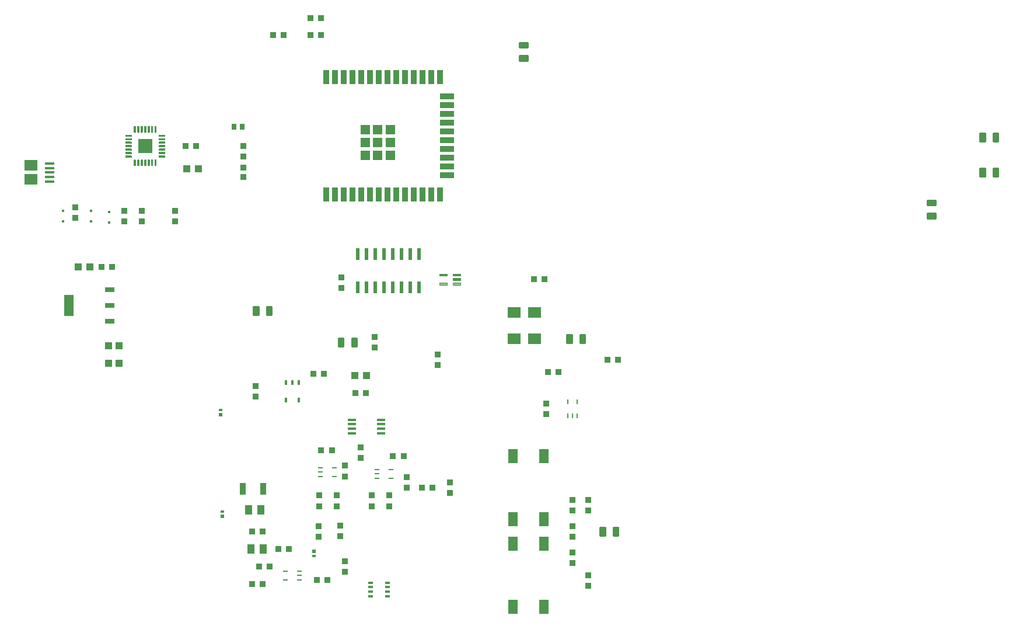
<source format=gbr>
G04 EAGLE Gerber RS-274X export*
G75*
%MOMM*%
%FSLAX34Y34*%
%LPD*%
%INSolderpaste Top*%
%IPPOS*%
%AMOC8*
5,1,8,0,0,1.08239X$1,22.5*%
G01*
G04 Define Apertures*
%ADD10R,1.050000X1.380000*%
%ADD11R,0.970000X0.960000*%
%ADD12R,1.100000X1.000000*%
%ADD13R,0.930000X0.890000*%
%ADD14R,0.960000X0.970000*%
%ADD15R,0.890000X0.930000*%
%ADD16R,1.000000X1.020000*%
%ADD17R,0.508000X0.406400*%
%ADD18R,0.508000X0.558800*%
%ADD19R,0.299200X0.401600*%
%ADD20R,0.970000X1.730000*%
%ADD21R,0.930000X0.870000*%
%ADD22R,0.870000X0.930000*%
%ADD23R,0.930000X0.970000*%
%ADD24R,0.711200X0.838200*%
%ADD25R,0.900000X0.970000*%
%ADD26R,1.400000X2.100000*%
%ADD27R,0.673100X0.254000*%
%ADD28C,0.100000*%
%ADD29R,1.950000X1.550000*%
%ADD30R,0.900000X2.000000*%
%ADD31R,2.000000X0.900000*%
%ADD32R,1.330000X1.330000*%
%ADD33R,2.118719X2.118719*%
%ADD34R,0.254000X0.673100*%
%ADD35R,0.673100X0.355600*%
%ADD36R,1.206400X0.400000*%
%ADD37R,0.449200X0.802400*%
%ADD38R,1.456400X0.800000*%
%ADD39R,1.456400X3.100000*%
%ADD40R,0.508000X1.676400*%
%ADD41R,1.350000X0.400000*%
%ADD42R,1.900000X1.500000*%
%ADD43C,0.230000*%
%ADD44R,0.970000X0.900000*%
G36*
X211888Y747401D02*
X211940Y747000D01*
X211888Y746599D01*
X211733Y746225D01*
X211486Y745904D01*
X211165Y745657D01*
X210791Y745502D01*
X210393Y745450D01*
X202340Y745450D01*
X202340Y748550D01*
X210393Y748550D01*
X210791Y748498D01*
X211165Y748343D01*
X211486Y748096D01*
X211733Y747775D01*
X211888Y747401D01*
G37*
G36*
X211888Y752401D02*
X211940Y752000D01*
X211888Y751599D01*
X211733Y751225D01*
X211486Y750904D01*
X211165Y750657D01*
X210791Y750502D01*
X210393Y750450D01*
X202340Y750450D01*
X202340Y753550D01*
X210393Y753550D01*
X210791Y753498D01*
X211165Y753343D01*
X211486Y753096D01*
X211733Y752775D01*
X211888Y752401D01*
G37*
G36*
X211888Y757401D02*
X211940Y757000D01*
X211888Y756599D01*
X211733Y756225D01*
X211486Y755904D01*
X211165Y755657D01*
X210791Y755502D01*
X210393Y755450D01*
X202340Y755450D01*
X202340Y758550D01*
X210393Y758550D01*
X210791Y758498D01*
X211165Y758343D01*
X211486Y758096D01*
X211733Y757775D01*
X211888Y757401D01*
G37*
G36*
X211888Y762401D02*
X211940Y762000D01*
X211888Y761599D01*
X211733Y761225D01*
X211486Y760904D01*
X211165Y760657D01*
X210791Y760502D01*
X210393Y760450D01*
X202340Y760450D01*
X202340Y763550D01*
X210393Y763550D01*
X210791Y763498D01*
X211165Y763343D01*
X211486Y763096D01*
X211733Y762775D01*
X211888Y762401D01*
G37*
G36*
X211888Y767401D02*
X211940Y767000D01*
X211888Y766599D01*
X211733Y766225D01*
X211486Y765904D01*
X211165Y765657D01*
X210791Y765502D01*
X210393Y765450D01*
X202340Y765450D01*
X202340Y768550D01*
X210393Y768550D01*
X210791Y768498D01*
X211165Y768343D01*
X211486Y768096D01*
X211733Y767775D01*
X211888Y767401D01*
G37*
G36*
X211888Y772401D02*
X211940Y772000D01*
X211888Y771599D01*
X211733Y771225D01*
X211486Y770904D01*
X211165Y770657D01*
X210791Y770502D01*
X210393Y770450D01*
X202340Y770450D01*
X202340Y773550D01*
X210393Y773550D01*
X210791Y773498D01*
X211165Y773343D01*
X211486Y773096D01*
X211733Y772775D01*
X211888Y772401D01*
G37*
G36*
X211888Y777401D02*
X211940Y777000D01*
X211888Y776599D01*
X211733Y776225D01*
X211486Y775904D01*
X211165Y775657D01*
X210791Y775502D01*
X210393Y775450D01*
X202340Y775450D01*
X202340Y778550D01*
X210393Y778550D01*
X210791Y778498D01*
X211165Y778343D01*
X211486Y778096D01*
X211733Y777775D01*
X211888Y777401D01*
G37*
G36*
X217638Y741651D02*
X217690Y741253D01*
X217690Y733200D01*
X214590Y733200D01*
X214590Y741253D01*
X214642Y741651D01*
X214797Y742025D01*
X215044Y742346D01*
X215365Y742593D01*
X215739Y742748D01*
X216140Y742800D01*
X216541Y742748D01*
X216915Y742593D01*
X217236Y742346D01*
X217483Y742025D01*
X217638Y741651D01*
G37*
G36*
X214590Y790800D02*
X217690Y790800D01*
X217690Y782747D01*
X217638Y782349D01*
X217483Y781975D01*
X217236Y781654D01*
X216915Y781407D01*
X216541Y781252D01*
X216140Y781200D01*
X215739Y781252D01*
X215365Y781407D01*
X215044Y781654D01*
X214797Y781975D01*
X214642Y782349D01*
X214590Y782747D01*
X214590Y790800D01*
G37*
G36*
X222638Y741651D02*
X222690Y741253D01*
X222690Y733200D01*
X219590Y733200D01*
X219590Y741253D01*
X219642Y741651D01*
X219797Y742025D01*
X220044Y742346D01*
X220365Y742593D01*
X220739Y742748D01*
X221140Y742800D01*
X221541Y742748D01*
X221915Y742593D01*
X222236Y742346D01*
X222483Y742025D01*
X222638Y741651D01*
G37*
G36*
X219590Y790800D02*
X222690Y790800D01*
X222690Y782747D01*
X222638Y782349D01*
X222483Y781975D01*
X222236Y781654D01*
X221915Y781407D01*
X221541Y781252D01*
X221140Y781200D01*
X220739Y781252D01*
X220365Y781407D01*
X220044Y781654D01*
X219797Y781975D01*
X219642Y782349D01*
X219590Y782747D01*
X219590Y790800D01*
G37*
G36*
X227638Y741651D02*
X227690Y741253D01*
X227690Y733200D01*
X224590Y733200D01*
X224590Y741253D01*
X224642Y741651D01*
X224797Y742025D01*
X225044Y742346D01*
X225365Y742593D01*
X225739Y742748D01*
X226140Y742800D01*
X226541Y742748D01*
X226915Y742593D01*
X227236Y742346D01*
X227483Y742025D01*
X227638Y741651D01*
G37*
G36*
X224590Y790800D02*
X227690Y790800D01*
X227690Y782747D01*
X227638Y782349D01*
X227483Y781975D01*
X227236Y781654D01*
X226915Y781407D01*
X226541Y781252D01*
X226140Y781200D01*
X225739Y781252D01*
X225365Y781407D01*
X225044Y781654D01*
X224797Y781975D01*
X224642Y782349D01*
X224590Y782747D01*
X224590Y790800D01*
G37*
G36*
X232638Y741651D02*
X232690Y741253D01*
X232690Y733200D01*
X229590Y733200D01*
X229590Y741253D01*
X229642Y741651D01*
X229797Y742025D01*
X230044Y742346D01*
X230365Y742593D01*
X230739Y742748D01*
X231140Y742800D01*
X231541Y742748D01*
X231915Y742593D01*
X232236Y742346D01*
X232483Y742025D01*
X232638Y741651D01*
G37*
G36*
X229590Y790800D02*
X232690Y790800D01*
X232690Y782747D01*
X232638Y782349D01*
X232483Y781975D01*
X232236Y781654D01*
X231915Y781407D01*
X231541Y781252D01*
X231140Y781200D01*
X230739Y781252D01*
X230365Y781407D01*
X230044Y781654D01*
X229797Y781975D01*
X229642Y782349D01*
X229590Y782747D01*
X229590Y790800D01*
G37*
G36*
X237638Y741651D02*
X237690Y741253D01*
X237690Y733200D01*
X234590Y733200D01*
X234590Y741253D01*
X234642Y741651D01*
X234797Y742025D01*
X235044Y742346D01*
X235365Y742593D01*
X235739Y742748D01*
X236140Y742800D01*
X236541Y742748D01*
X236915Y742593D01*
X237236Y742346D01*
X237483Y742025D01*
X237638Y741651D01*
G37*
G36*
X234590Y790800D02*
X237690Y790800D01*
X237690Y782747D01*
X237638Y782349D01*
X237483Y781975D01*
X237236Y781654D01*
X236915Y781407D01*
X236541Y781252D01*
X236140Y781200D01*
X235739Y781252D01*
X235365Y781407D01*
X235044Y781654D01*
X234797Y781975D01*
X234642Y782349D01*
X234590Y782747D01*
X234590Y790800D01*
G37*
G36*
X242638Y741651D02*
X242690Y741253D01*
X242690Y733200D01*
X239590Y733200D01*
X239590Y741253D01*
X239642Y741651D01*
X239797Y742025D01*
X240044Y742346D01*
X240365Y742593D01*
X240739Y742748D01*
X241140Y742800D01*
X241541Y742748D01*
X241915Y742593D01*
X242236Y742346D01*
X242483Y742025D01*
X242638Y741651D01*
G37*
G36*
X239590Y790800D02*
X242690Y790800D01*
X242690Y782747D01*
X242638Y782349D01*
X242483Y781975D01*
X242236Y781654D01*
X241915Y781407D01*
X241541Y781252D01*
X241140Y781200D01*
X240739Y781252D01*
X240365Y781407D01*
X240044Y781654D01*
X239797Y781975D01*
X239642Y782349D01*
X239590Y782747D01*
X239590Y790800D01*
G37*
G36*
X247638Y741651D02*
X247690Y741253D01*
X247690Y733200D01*
X244590Y733200D01*
X244590Y741253D01*
X244642Y741651D01*
X244797Y742025D01*
X245044Y742346D01*
X245365Y742593D01*
X245739Y742748D01*
X246140Y742800D01*
X246541Y742748D01*
X246915Y742593D01*
X247236Y742346D01*
X247483Y742025D01*
X247638Y741651D01*
G37*
G36*
X244590Y790800D02*
X247690Y790800D01*
X247690Y782747D01*
X247638Y782349D01*
X247483Y781975D01*
X247236Y781654D01*
X246915Y781407D01*
X246541Y781252D01*
X246140Y781200D01*
X245739Y781252D01*
X245365Y781407D01*
X245044Y781654D01*
X244797Y781975D01*
X244642Y782349D01*
X244590Y782747D01*
X244590Y790800D01*
G37*
G36*
X251887Y748550D02*
X259940Y748550D01*
X259940Y745450D01*
X251887Y745450D01*
X251489Y745502D01*
X251115Y745657D01*
X250794Y745904D01*
X250547Y746225D01*
X250392Y746599D01*
X250340Y747000D01*
X250392Y747401D01*
X250547Y747775D01*
X250794Y748096D01*
X251115Y748343D01*
X251489Y748498D01*
X251887Y748550D01*
G37*
G36*
X251887Y753550D02*
X259940Y753550D01*
X259940Y750450D01*
X251887Y750450D01*
X251489Y750502D01*
X251115Y750657D01*
X250794Y750904D01*
X250547Y751225D01*
X250392Y751599D01*
X250340Y752000D01*
X250392Y752401D01*
X250547Y752775D01*
X250794Y753096D01*
X251115Y753343D01*
X251489Y753498D01*
X251887Y753550D01*
G37*
G36*
X251887Y758550D02*
X259940Y758550D01*
X259940Y755450D01*
X251887Y755450D01*
X251489Y755502D01*
X251115Y755657D01*
X250794Y755904D01*
X250547Y756225D01*
X250392Y756599D01*
X250340Y757000D01*
X250392Y757401D01*
X250547Y757775D01*
X250794Y758096D01*
X251115Y758343D01*
X251489Y758498D01*
X251887Y758550D01*
G37*
G36*
X251887Y763550D02*
X259940Y763550D01*
X259940Y760450D01*
X251887Y760450D01*
X251489Y760502D01*
X251115Y760657D01*
X250794Y760904D01*
X250547Y761225D01*
X250392Y761599D01*
X250340Y762000D01*
X250392Y762401D01*
X250547Y762775D01*
X250794Y763096D01*
X251115Y763343D01*
X251489Y763498D01*
X251887Y763550D01*
G37*
G36*
X251887Y768550D02*
X259940Y768550D01*
X259940Y765450D01*
X251887Y765450D01*
X251489Y765502D01*
X251115Y765657D01*
X250794Y765904D01*
X250547Y766225D01*
X250392Y766599D01*
X250340Y767000D01*
X250392Y767401D01*
X250547Y767775D01*
X250794Y768096D01*
X251115Y768343D01*
X251489Y768498D01*
X251887Y768550D01*
G37*
G36*
X251887Y773550D02*
X259940Y773550D01*
X259940Y770450D01*
X251887Y770450D01*
X251489Y770502D01*
X251115Y770657D01*
X250794Y770904D01*
X250547Y771225D01*
X250392Y771599D01*
X250340Y772000D01*
X250392Y772401D01*
X250547Y772775D01*
X250794Y773096D01*
X251115Y773343D01*
X251489Y773498D01*
X251887Y773550D01*
G37*
G36*
X251887Y778550D02*
X259940Y778550D01*
X259940Y775450D01*
X251887Y775450D01*
X251489Y775502D01*
X251115Y775657D01*
X250794Y775904D01*
X250547Y776225D01*
X250392Y776599D01*
X250340Y777000D01*
X250392Y777401D01*
X250547Y777775D01*
X250794Y778096D01*
X251115Y778343D01*
X251489Y778498D01*
X251887Y778550D01*
G37*
D10*
X381010Y234950D03*
X398770Y234950D03*
D11*
X515620Y571430D03*
X515620Y556330D03*
D12*
X535060Y429260D03*
X552060Y429260D03*
D11*
X226060Y652850D03*
X226060Y667950D03*
D13*
X200660Y652700D03*
X200660Y668100D03*
X514350Y196770D03*
X514350Y212170D03*
X850900Y233600D03*
X850900Y249000D03*
X850900Y210900D03*
X850900Y195500D03*
D10*
X384820Y177800D03*
X402580Y177800D03*
D14*
X424250Y177800D03*
X439350Y177800D03*
D15*
X479980Y133350D03*
X495380Y133350D03*
D13*
X520700Y160100D03*
X520700Y144700D03*
X812800Y388700D03*
X812800Y373300D03*
D12*
X291220Y728980D03*
X308220Y728980D03*
D16*
X193010Y447040D03*
X177830Y447040D03*
X193010Y472440D03*
X177830Y472440D03*
D17*
X340360Y379603D03*
D18*
X340360Y372999D03*
D17*
X342900Y232283D03*
D18*
X342900Y225679D03*
D17*
X476250Y167767D03*
D18*
X476250Y174371D03*
D12*
X133740Y586740D03*
X150740Y586740D03*
D19*
X111760Y652892D03*
X111760Y667908D03*
X152400Y652892D03*
X152400Y667908D03*
X179070Y651622D03*
X179070Y666638D03*
D20*
X372550Y265430D03*
X402150Y265430D03*
D21*
X509270Y239850D03*
X509270Y255450D03*
X483870Y239850D03*
X483870Y255450D03*
X520700Y298630D03*
X520700Y283030D03*
D22*
X501830Y321310D03*
X486230Y321310D03*
D21*
X391160Y414200D03*
X391160Y398600D03*
D22*
X535760Y403860D03*
X551360Y403860D03*
X167460Y586740D03*
X183060Y586740D03*
D23*
X373380Y730700D03*
X373380Y717100D03*
D21*
X373380Y761930D03*
X373380Y746830D03*
D24*
X359791Y789940D03*
X371729Y789940D03*
D22*
X385900Y203200D03*
X401500Y203200D03*
X289380Y762000D03*
X304980Y762000D03*
D25*
X471190Y923290D03*
X486390Y923290D03*
X471190Y947420D03*
X486390Y947420D03*
D21*
X482600Y211000D03*
X482600Y195400D03*
X873760Y249100D03*
X873760Y233500D03*
X850900Y172900D03*
X850900Y157300D03*
D22*
X401500Y127000D03*
X385900Y127000D03*
X396060Y152400D03*
X411660Y152400D03*
D21*
X560070Y239850D03*
X560070Y255450D03*
X585470Y239850D03*
X585470Y255450D03*
X610870Y266520D03*
X610870Y282120D03*
D22*
X605970Y312420D03*
X590370Y312420D03*
D26*
X809900Y221200D03*
X764900Y221200D03*
X764900Y312200D03*
X809900Y312200D03*
X764900Y185200D03*
X809900Y185200D03*
X809900Y94200D03*
X764900Y94200D03*
D27*
X454596Y133200D03*
X454596Y139700D03*
X454596Y146200D03*
X434404Y146200D03*
X434404Y133200D03*
D28*
X677250Y563960D02*
X688150Y563960D01*
X688150Y560960D01*
X677250Y560960D01*
X677250Y563960D01*
X677250Y561910D02*
X688150Y561910D01*
X688150Y562860D02*
X677250Y562860D01*
X677250Y563810D02*
X688150Y563810D01*
X688150Y570460D02*
X677250Y570460D01*
X688150Y570460D02*
X688150Y567460D01*
X677250Y567460D01*
X677250Y570460D01*
X677250Y568410D02*
X688150Y568410D01*
X688150Y569360D02*
X677250Y569360D01*
X677250Y570310D02*
X688150Y570310D01*
X688150Y576960D02*
X677250Y576960D01*
X688150Y576960D02*
X688150Y573960D01*
X677250Y573960D01*
X677250Y576960D01*
X677250Y574910D02*
X688150Y574910D01*
X688150Y575860D02*
X677250Y575860D01*
X677250Y576810D02*
X688150Y576810D01*
X668950Y576960D02*
X658050Y576960D01*
X668950Y576960D02*
X668950Y573960D01*
X658050Y573960D01*
X658050Y576960D01*
X658050Y574910D02*
X668950Y574910D01*
X668950Y575860D02*
X658050Y575860D01*
X658050Y576810D02*
X668950Y576810D01*
X668950Y563960D02*
X658050Y563960D01*
X668950Y563960D02*
X668950Y560960D01*
X658050Y560960D01*
X658050Y563960D01*
X658050Y561910D02*
X668950Y561910D01*
X668950Y562860D02*
X658050Y562860D01*
X658050Y563810D02*
X668950Y563810D01*
D29*
X766400Y482600D03*
X795700Y520700D03*
X766400Y520700D03*
X795700Y482600D03*
D30*
X493500Y692240D03*
X506200Y692240D03*
X518900Y692240D03*
X531600Y692240D03*
X544300Y692240D03*
X557000Y692240D03*
X569700Y692240D03*
X582400Y692240D03*
X595100Y692240D03*
X607800Y692240D03*
X620500Y692240D03*
X633200Y692240D03*
X645900Y692240D03*
X658600Y692240D03*
D31*
X668600Y720090D03*
X668600Y732790D03*
X668600Y745490D03*
X668600Y758190D03*
X668600Y770890D03*
X668600Y783590D03*
X668600Y796290D03*
X668600Y808990D03*
X668600Y821690D03*
X668600Y834390D03*
D30*
X658600Y862240D03*
X645900Y862240D03*
X633200Y862240D03*
X620500Y862240D03*
X607800Y862240D03*
X595100Y862240D03*
X582400Y862240D03*
X569700Y862240D03*
X557000Y862240D03*
X544300Y862240D03*
X531600Y862240D03*
X518900Y862240D03*
X506200Y862240D03*
X493500Y862240D03*
D32*
X550150Y748890D03*
X550150Y767240D03*
X550150Y785590D03*
X568500Y748890D03*
X568500Y767240D03*
X568500Y785590D03*
X586850Y748890D03*
X586850Y767240D03*
X586850Y785590D03*
D33*
X231140Y762000D03*
D34*
X844400Y370904D03*
X850900Y370904D03*
X857400Y370904D03*
X857400Y391096D03*
X844400Y391096D03*
D35*
X558102Y129130D03*
X558102Y122630D03*
X558102Y116130D03*
X558102Y109630D03*
X582358Y109630D03*
X582358Y116130D03*
X582358Y122630D03*
X582358Y129130D03*
D27*
X567754Y293520D03*
X567754Y287020D03*
X567754Y280520D03*
X587946Y280520D03*
X587946Y293520D03*
X485204Y296060D03*
X485204Y289560D03*
X485204Y283060D03*
X505396Y283060D03*
X505396Y296060D03*
D36*
X531208Y365350D03*
X531208Y358850D03*
X531208Y352350D03*
X531208Y345850D03*
X573692Y345850D03*
X573692Y352350D03*
X573692Y358850D03*
X573692Y365350D03*
D37*
X454000Y418912D03*
X444500Y418912D03*
X435000Y418912D03*
X435000Y393888D03*
X454000Y393888D03*
D38*
X179602Y507860D03*
X179602Y530860D03*
X179602Y553860D03*
D39*
X120118Y530860D03*
D40*
X539750Y557530D03*
X552450Y557530D03*
X565150Y557530D03*
X577850Y557530D03*
X590550Y557530D03*
X603250Y557530D03*
X615950Y557530D03*
X628650Y557530D03*
X628650Y605790D03*
X615950Y605790D03*
X603250Y605790D03*
X590550Y605790D03*
X577850Y605790D03*
X565150Y605790D03*
X552450Y605790D03*
X539750Y605790D03*
D41*
X92050Y736900D03*
X92050Y730400D03*
X92050Y723900D03*
X92050Y717400D03*
X92050Y710900D03*
D42*
X65300Y733900D03*
X65300Y713900D03*
D43*
X511510Y471770D02*
X518410Y471770D01*
X511510Y471770D02*
X511510Y483270D01*
X518410Y483270D01*
X518410Y471770D01*
X518410Y473955D02*
X511510Y473955D01*
X511510Y476140D02*
X518410Y476140D01*
X518410Y478325D02*
X511510Y478325D01*
X511510Y480510D02*
X518410Y480510D01*
X518410Y482695D02*
X511510Y482695D01*
X530610Y471770D02*
X537510Y471770D01*
X530610Y471770D02*
X530610Y483270D01*
X537510Y483270D01*
X537510Y471770D01*
X537510Y473955D02*
X530610Y473955D01*
X530610Y476140D02*
X537510Y476140D01*
X537510Y478325D02*
X530610Y478325D01*
X530610Y480510D02*
X537510Y480510D01*
X537510Y482695D02*
X530610Y482695D01*
X1461520Y780450D02*
X1468420Y780450D01*
X1468420Y768950D01*
X1461520Y768950D01*
X1461520Y780450D01*
X1461520Y771135D02*
X1468420Y771135D01*
X1468420Y773320D02*
X1461520Y773320D01*
X1461520Y775505D02*
X1468420Y775505D01*
X1468420Y777690D02*
X1461520Y777690D01*
X1461520Y779875D02*
X1468420Y779875D01*
X1449320Y780450D02*
X1442420Y780450D01*
X1449320Y780450D02*
X1449320Y768950D01*
X1442420Y768950D01*
X1442420Y780450D01*
X1442420Y771135D02*
X1449320Y771135D01*
X1449320Y773320D02*
X1442420Y773320D01*
X1442420Y775505D02*
X1449320Y775505D01*
X1449320Y777690D02*
X1442420Y777690D01*
X1442420Y779875D02*
X1449320Y779875D01*
X1449320Y718150D02*
X1442420Y718150D01*
X1442420Y729650D01*
X1449320Y729650D01*
X1449320Y718150D01*
X1449320Y720335D02*
X1442420Y720335D01*
X1442420Y722520D02*
X1449320Y722520D01*
X1449320Y724705D02*
X1442420Y724705D01*
X1442420Y726890D02*
X1449320Y726890D01*
X1449320Y729075D02*
X1442420Y729075D01*
X1461520Y718150D02*
X1468420Y718150D01*
X1461520Y718150D02*
X1461520Y729650D01*
X1468420Y729650D01*
X1468420Y718150D01*
X1468420Y720335D02*
X1461520Y720335D01*
X1461520Y722520D02*
X1468420Y722520D01*
X1468420Y724705D02*
X1461520Y724705D01*
X1461520Y726890D02*
X1468420Y726890D01*
X1468420Y729075D02*
X1461520Y729075D01*
X1377350Y664460D02*
X1377350Y657560D01*
X1365850Y657560D01*
X1365850Y664460D01*
X1377350Y664460D01*
X1377350Y659745D02*
X1365850Y659745D01*
X1365850Y661930D02*
X1377350Y661930D01*
X1377350Y664115D02*
X1365850Y664115D01*
X1377350Y676660D02*
X1377350Y683560D01*
X1377350Y676660D02*
X1365850Y676660D01*
X1365850Y683560D01*
X1377350Y683560D01*
X1377350Y678845D02*
X1365850Y678845D01*
X1365850Y681030D02*
X1377350Y681030D01*
X1377350Y683215D02*
X1365850Y683215D01*
X785530Y886160D02*
X785530Y893060D01*
X785530Y886160D02*
X774030Y886160D01*
X774030Y893060D01*
X785530Y893060D01*
X785530Y888345D02*
X774030Y888345D01*
X774030Y890530D02*
X785530Y890530D01*
X785530Y892715D02*
X774030Y892715D01*
X785530Y905260D02*
X785530Y912160D01*
X785530Y905260D02*
X774030Y905260D01*
X774030Y912160D01*
X785530Y912160D01*
X785530Y907445D02*
X774030Y907445D01*
X774030Y909630D02*
X785530Y909630D01*
X785530Y911815D02*
X774030Y911815D01*
D25*
X431780Y923290D03*
X416580Y923290D03*
D44*
X673100Y259100D03*
X673100Y274300D03*
X274320Y652800D03*
X274320Y668000D03*
D43*
X891240Y197450D02*
X898140Y197450D01*
X891240Y197450D02*
X891240Y208950D01*
X898140Y208950D01*
X898140Y197450D01*
X898140Y199635D02*
X891240Y199635D01*
X891240Y201820D02*
X898140Y201820D01*
X898140Y204005D02*
X891240Y204005D01*
X891240Y206190D02*
X898140Y206190D01*
X898140Y208375D02*
X891240Y208375D01*
X910340Y197450D02*
X917240Y197450D01*
X910340Y197450D02*
X910340Y208950D01*
X917240Y208950D01*
X917240Y197450D01*
X917240Y199635D02*
X910340Y199635D01*
X910340Y201820D02*
X917240Y201820D01*
X917240Y204005D02*
X910340Y204005D01*
X910340Y206190D02*
X917240Y206190D01*
X917240Y208375D02*
X910340Y208375D01*
X395220Y517490D02*
X388320Y517490D01*
X388320Y528990D01*
X395220Y528990D01*
X395220Y517490D01*
X395220Y519675D02*
X388320Y519675D01*
X388320Y521860D02*
X395220Y521860D01*
X395220Y524045D02*
X388320Y524045D01*
X388320Y526230D02*
X395220Y526230D01*
X395220Y528415D02*
X388320Y528415D01*
X407420Y517490D02*
X414320Y517490D01*
X407420Y517490D02*
X407420Y528990D01*
X414320Y528990D01*
X414320Y517490D01*
X414320Y519675D02*
X407420Y519675D01*
X407420Y521860D02*
X414320Y521860D01*
X414320Y524045D02*
X407420Y524045D01*
X407420Y526230D02*
X414320Y526230D01*
X414320Y528415D02*
X407420Y528415D01*
X842980Y476850D02*
X849880Y476850D01*
X842980Y476850D02*
X842980Y488350D01*
X849880Y488350D01*
X849880Y476850D01*
X849880Y479035D02*
X842980Y479035D01*
X842980Y481220D02*
X849880Y481220D01*
X849880Y483405D02*
X842980Y483405D01*
X842980Y485590D02*
X849880Y485590D01*
X849880Y487775D02*
X842980Y487775D01*
X862080Y476850D02*
X868980Y476850D01*
X862080Y476850D02*
X862080Y488350D01*
X868980Y488350D01*
X868980Y476850D01*
X868980Y479035D02*
X862080Y479035D01*
X862080Y481220D02*
X868980Y481220D01*
X868980Y483405D02*
X862080Y483405D01*
X862080Y485590D02*
X868980Y485590D01*
X868980Y487775D02*
X862080Y487775D01*
D25*
X815360Y434340D03*
X830560Y434340D03*
D44*
X543560Y309900D03*
X543560Y325100D03*
X655320Y444520D03*
X655320Y459720D03*
D25*
X632480Y266700D03*
X647680Y266700D03*
D44*
X873760Y139680D03*
X873760Y124480D03*
X129540Y657880D03*
X129540Y673080D03*
D25*
X901720Y452120D03*
X916920Y452120D03*
X795040Y568960D03*
X810240Y568960D03*
X475000Y431800D03*
X490200Y431800D03*
D44*
X563880Y469920D03*
X563880Y485120D03*
M02*

</source>
